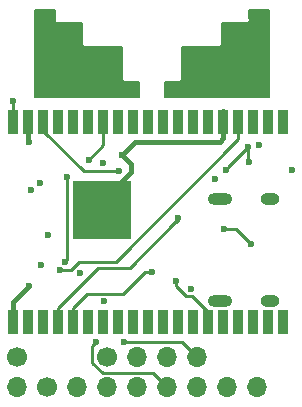
<source format=gbl>
G04 #@! TF.GenerationSoftware,KiCad,Pcbnew,5.0.2+dfsg1-1*
G04 #@! TF.CreationDate,2020-10-18T15:33:24+02:00*
G04 #@! TF.ProjectId,edgedriver,65646765-6472-4697-9665-722e6b696361,rev?*
G04 #@! TF.SameCoordinates,Original*
G04 #@! TF.FileFunction,Copper,L4,Bot*
G04 #@! TF.FilePolarity,Positive*
%FSLAX46Y46*%
G04 Gerber Fmt 4.6, Leading zero omitted, Abs format (unit mm)*
G04 Created by KiCad (PCBNEW 5.0.2+dfsg1-1) date Sun 18 Oct 2020 03:33:24 PM CEST*
%MOMM*%
%LPD*%
G01*
G04 APERTURE LIST*
G04 #@! TA.AperFunction,SMDPad,CuDef*
%ADD10R,0.900000X2.000000*%
G04 #@! TD*
G04 #@! TA.AperFunction,SMDPad,CuDef*
%ADD11R,5.000000X5.000000*%
G04 #@! TD*
G04 #@! TA.AperFunction,ComponentPad*
%ADD12O,1.600000X1.000000*%
G04 #@! TD*
G04 #@! TA.AperFunction,ComponentPad*
%ADD13O,2.100000X1.000000*%
G04 #@! TD*
G04 #@! TA.AperFunction,ComponentPad*
%ADD14C,1.700000*%
G04 #@! TD*
G04 #@! TA.AperFunction,ComponentPad*
%ADD15O,1.700000X1.700000*%
G04 #@! TD*
G04 #@! TA.AperFunction,ViaPad*
%ADD16C,0.600000*%
G04 #@! TD*
G04 #@! TA.AperFunction,Conductor*
%ADD17C,0.250000*%
G04 #@! TD*
G04 #@! TA.AperFunction,Conductor*
%ADD18C,0.400000*%
G04 #@! TD*
G04 #@! TA.AperFunction,Conductor*
%ADD19C,0.240000*%
G04 #@! TD*
G04 #@! TA.AperFunction,Conductor*
%ADD20C,0.200000*%
G04 #@! TD*
G04 APERTURE END LIST*
D10*
G04 #@! TO.P,U1,1*
G04 #@! TO.N,GND*
X-11760000Y22500000D03*
G04 #@! TO.P,U1,2*
G04 #@! TO.N,3V3*
X-10490000Y22500000D03*
G04 #@! TO.P,U1,3*
G04 #@! TO.N,ESPEN*
X-9220000Y22500000D03*
G04 #@! TO.P,U1,4*
G04 #@! TO.N,Net-(U1-Pad4)*
X-7950000Y22500000D03*
G04 #@! TO.P,U1,5*
G04 #@! TO.N,Net-(U1-Pad5)*
X-6680000Y22500000D03*
G04 #@! TO.P,U1,6*
G04 #@! TO.N,Net-(U1-Pad6)*
X-5410000Y22500000D03*
G04 #@! TO.P,U1,7*
G04 #@! TO.N,STMTX*
X-4140000Y22500000D03*
G04 #@! TO.P,U1,8*
G04 #@! TO.N,Net-(U1-Pad8)*
X-2870000Y22500000D03*
G04 #@! TO.P,U1,9*
G04 #@! TO.N,Net-(U1-Pad9)*
X-1600000Y22500000D03*
G04 #@! TO.P,U1,10*
G04 #@! TO.N,Net-(U1-Pad10)*
X-330000Y22500000D03*
G04 #@! TO.P,U1,11*
G04 #@! TO.N,Net-(U1-Pad11)*
X940000Y22500000D03*
G04 #@! TO.P,U1,12*
G04 #@! TO.N,Net-(U1-Pad12)*
X2210000Y22500000D03*
G04 #@! TO.P,U1,13*
G04 #@! TO.N,Net-(U1-Pad13)*
X3480000Y22500000D03*
G04 #@! TO.P,U1,14*
G04 #@! TO.N,Net-(U1-Pad14)*
X4750000Y22500000D03*
G04 #@! TO.P,U1,15*
G04 #@! TO.N,GND*
X6020000Y22500000D03*
G04 #@! TO.P,U1,16*
G04 #@! TO.N,STMRX*
X7290000Y22500000D03*
G04 #@! TO.P,U1,17*
G04 #@! TO.N,Net-(U1-Pad17)*
X8560000Y22500000D03*
G04 #@! TO.P,U1,18*
G04 #@! TO.N,Net-(U1-Pad18)*
X9830000Y22500000D03*
G04 #@! TO.P,U1,19*
G04 #@! TO.N,Net-(U1-Pad19)*
X11100000Y22500000D03*
G04 #@! TO.P,U1,20*
G04 #@! TO.N,Net-(U1-Pad20)*
X11100000Y5500000D03*
G04 #@! TO.P,U1,21*
G04 #@! TO.N,Net-(U1-Pad21)*
X9830000Y5500000D03*
G04 #@! TO.P,U1,22*
G04 #@! TO.N,Net-(U1-Pad22)*
X8560000Y5500000D03*
G04 #@! TO.P,U1,23*
G04 #@! TO.N,Net-(U1-Pad23)*
X7290000Y5500000D03*
G04 #@! TO.P,U1,24*
G04 #@! TO.N,Net-(U1-Pad24)*
X6020000Y5500000D03*
G04 #@! TO.P,U1,25*
G04 #@! TO.N,ESPRST*
X4750000Y5500000D03*
G04 #@! TO.P,U1,26*
G04 #@! TO.N,Net-(U1-Pad26)*
X3480000Y5500000D03*
G04 #@! TO.P,U1,27*
G04 #@! TO.N,Net-(U1-Pad27)*
X2210000Y5500000D03*
G04 #@! TO.P,U1,28*
G04 #@! TO.N,Net-(U1-Pad28)*
X940000Y5500000D03*
G04 #@! TO.P,U1,29*
G04 #@! TO.N,Net-(U1-Pad29)*
X-330000Y5500000D03*
G04 #@! TO.P,U1,30*
G04 #@! TO.N,Net-(U1-Pad30)*
X-1600000Y5500000D03*
G04 #@! TO.P,U1,31*
G04 #@! TO.N,Net-(U1-Pad31)*
X-2870000Y5500000D03*
G04 #@! TO.P,U1,32*
G04 #@! TO.N,Net-(U1-Pad32)*
X-4140000Y5500000D03*
G04 #@! TO.P,U1,33*
G04 #@! TO.N,Net-(U1-Pad33)*
X-5410000Y5500000D03*
G04 #@! TO.P,U1,34*
G04 #@! TO.N,ESPRX*
X-6680000Y5500000D03*
G04 #@! TO.P,U1,35*
G04 #@! TO.N,ESPTX*
X-7950000Y5500000D03*
G04 #@! TO.P,U1,36*
G04 #@! TO.N,Net-(U1-Pad36)*
X-9220000Y5500000D03*
G04 #@! TO.P,U1,37*
G04 #@! TO.N,Net-(U1-Pad37)*
X-10490000Y5500000D03*
G04 #@! TO.P,U1,38*
G04 #@! TO.N,GND*
X-11760000Y5500000D03*
D11*
G04 #@! TO.P,U1,39*
X-4260000Y15000000D03*
G04 #@! TD*
D12*
G04 #@! TO.P,J2,S1*
G04 #@! TO.N,GND*
X9950000Y15920000D03*
X9950000Y7280000D03*
D13*
X5770000Y7280000D03*
X5770000Y15920000D03*
G04 #@! TD*
D14*
G04 #@! TO.P,J4,1*
G04 #@! TO.N,SWDIO*
X-11430000Y2540000D03*
D15*
G04 #@! TO.P,J4,2*
G04 #@! TO.N,SWDCLK*
X-11430000Y0D03*
G04 #@! TD*
D14*
G04 #@! TO.P,J3,1*
G04 #@! TO.N,Net-(J3-Pad1)*
X-3810000Y2540000D03*
D15*
G04 #@! TO.P,J3,2*
G04 #@! TO.N,Net-(J3-Pad2)*
X-1270000Y2540000D03*
G04 #@! TO.P,J3,3*
G04 #@! TO.N,Net-(J3-Pad3)*
X1270000Y2540000D03*
G04 #@! TO.P,J3,4*
G04 #@! TO.N,Net-(J3-Pad4)*
X3810000Y2540000D03*
G04 #@! TD*
D14*
G04 #@! TO.P,J1,1*
G04 #@! TO.N,GND*
X-8890000Y0D03*
D15*
G04 #@! TO.P,J1,2*
X-6350000Y0D03*
G04 #@! TO.P,J1,3*
G04 #@! TO.N,Net-(J1-Pad3)*
X-3810000Y0D03*
G04 #@! TO.P,J1,4*
G04 #@! TO.N,Net-(J1-Pad4)*
X-1270000Y0D03*
G04 #@! TO.P,J1,5*
G04 #@! TO.N,Net-(J1-Pad5)*
X1270000Y0D03*
G04 #@! TO.P,J1,6*
G04 #@! TO.N,Net-(J1-Pad6)*
X3810000Y0D03*
G04 #@! TO.P,J1,7*
G04 #@! TO.N,+5V*
X6350000Y0D03*
G04 #@! TO.P,J1,8*
X8890000Y0D03*
G04 #@! TD*
D16*
G04 #@! TO.N,Net-(J1-Pad5)*
X-4800000Y3800000D03*
G04 #@! TO.N,GND*
X-6100000Y9700000D03*
X-4000000Y26000000D03*
X-5500000Y26000000D03*
X-7000000Y26000000D03*
X-7000000Y27500000D03*
X-5500000Y27500000D03*
X-4000000Y27500000D03*
X-7000000Y29000000D03*
X-8500000Y27500000D03*
X-8500000Y29000000D03*
X-10300000Y16700000D03*
X-10400000Y8600000D03*
X-2600000Y19700000D03*
X-4200000Y19000000D03*
X-8500000Y26000000D03*
X-11800000Y24200000D03*
X3250000Y8350000D03*
X9000000Y20500000D03*
X5300000Y17600000D03*
G04 #@! TO.N,Net-(C1-Pad1)*
X8128000Y20320000D03*
X6223000Y18415000D03*
X8209824Y19060661D03*
G04 #@! TO.N,+5V*
X8500000Y27500000D03*
X7000000Y27500000D03*
X8500000Y26000000D03*
X7000000Y29000000D03*
X7000000Y26000000D03*
X8500000Y29000000D03*
X-9475000Y17300000D03*
X4000000Y26000000D03*
X5500000Y27500000D03*
X5500000Y26000000D03*
X4000000Y27500000D03*
X11811000Y18415000D03*
G04 #@! TO.N,3V3*
X-10400000Y20800000D03*
G04 #@! TO.N,ESPEN*
X-2800000Y18300000D03*
G04 #@! TO.N,Net-(J3-Pad1)*
X-4050000Y7300000D03*
G04 #@! TO.N,Net-(J3-Pad4)*
X-2400000Y3800000D03*
G04 #@! TO.N,ESPRST*
X2000034Y9000000D03*
G04 #@! TO.N,ESPRX*
X0Y9800000D03*
G04 #@! TO.N,ESPTX*
X2204238Y14298810D03*
G04 #@! TO.N,STMTX*
X-7260000Y17800000D03*
X-5360000Y19280000D03*
X-7425273Y10594573D03*
G04 #@! TO.N,STMRX*
X-7805131Y9890494D03*
G04 #@! TO.N,SWDIO*
X-8800000Y12900000D03*
G04 #@! TO.N,SWDCLK*
X-9425000Y10374958D03*
G04 #@! TO.N,Net-(J2-PadB5)*
X6100000Y13400000D03*
X8400000Y12100000D03*
G04 #@! TD*
D17*
G04 #@! TO.N,Net-(J1-Pad5)*
X420001Y849999D02*
X1270000Y0D01*
X-4184003Y1175001D02*
X94999Y1175001D01*
X94999Y1175001D02*
X420001Y849999D01*
X-5099999Y2090997D02*
X-4184003Y1175001D01*
X-5099999Y3500001D02*
X-5099999Y2090997D01*
X-4800000Y3800000D02*
X-5099999Y3500001D01*
G04 #@! TO.N,GND*
X-11760000Y5500000D02*
X-11760000Y6240000D01*
D18*
X-11760000Y7240000D02*
X-10400000Y8600000D01*
X-11760000Y7240000D02*
X-11760000Y5500000D01*
D17*
X-4260000Y15740000D02*
X-4260000Y15000000D01*
D18*
X-1800000Y18200000D02*
X-4260000Y15740000D01*
X-1800000Y18900000D02*
X-1800000Y18200000D01*
X-2600000Y19700000D02*
X-1800000Y18900000D01*
X6020000Y22500000D02*
X6020000Y23365996D01*
D17*
X-11760000Y22500000D02*
X-11760000Y24160000D01*
X-11760000Y24160000D02*
X-11800000Y24200000D01*
D18*
X6020000Y22500000D02*
X6019999Y21099999D01*
X-1500000Y20800000D02*
X-2600000Y19700000D01*
X5720000Y20800000D02*
X-1500000Y20800000D01*
X6019999Y21099999D02*
X5720000Y20800000D01*
D19*
G04 #@! TO.N,Net-(C1-Pad1)*
X6522999Y18714999D02*
X8128000Y20320000D01*
X6223000Y18415000D02*
X6522999Y18714999D01*
X8128000Y20320000D02*
X8128000Y19142485D01*
X8128000Y19142485D02*
X8209824Y19060661D01*
D18*
G04 #@! TO.N,3V3*
X-10490000Y22500000D02*
X-10490000Y20890000D01*
X-10490000Y20890000D02*
X-10400000Y20800000D01*
D17*
G04 #@! TO.N,ESPEN*
X-9220000Y22500000D02*
X-9220000Y21720000D01*
X-5800000Y18300000D02*
X-2800000Y18300000D01*
X-9220000Y21720000D02*
X-5800000Y18300000D01*
G04 #@! TO.N,Net-(J3-Pad4)*
X2550000Y3800000D02*
X3810000Y2540000D01*
X-2400000Y3800000D02*
X2550000Y3800000D01*
G04 #@! TO.N,ESPRST*
X2000034Y8575736D02*
X2000034Y9000000D01*
X2850771Y7724999D02*
X2000034Y8575736D01*
X3375001Y7724999D02*
X2850771Y7724999D01*
X4750000Y5500000D02*
X4750000Y6350000D01*
X4750000Y6350000D02*
X3375001Y7724999D01*
G04 #@! TO.N,ESPRX*
X-6680000Y6420000D02*
X-6680000Y5500000D01*
X-6680000Y6420000D02*
X-6680000Y5500000D01*
X-6680000Y6750000D02*
X-6680000Y5500000D01*
X-5504999Y7925001D02*
X-6680000Y6750000D01*
X-2499997Y7925001D02*
X-5504999Y7925001D01*
X-624998Y9800000D02*
X-2499997Y7925001D01*
X0Y9800000D02*
X-624998Y9800000D01*
G04 #@! TO.N,ESPTX*
X-7950000Y5500000D02*
X-7950000Y6750000D01*
X-1900558Y10100000D02*
X1949446Y13950004D01*
X-7950000Y6750000D02*
X-4600000Y10100000D01*
X-4600000Y10100000D02*
X-1900558Y10100000D01*
D19*
X2204238Y14204796D02*
X2032000Y14032558D01*
X2204238Y14298810D02*
X2204238Y14204796D01*
D17*
X1949446Y13950004D02*
X2032000Y14032558D01*
X2032000Y14032558D02*
X2249445Y14250003D01*
G04 #@! TO.N,STMTX*
X-4140000Y22500000D02*
X-4140000Y20500000D01*
X-4140000Y20500000D02*
X-5360000Y19280000D01*
X-7260000Y10759846D02*
X-7425273Y10594573D01*
X-7260000Y17800000D02*
X-7260000Y10759846D01*
G04 #@! TO.N,STMRX*
X-6171495Y10600000D02*
X-6881001Y9890494D01*
X7290000Y20990000D02*
X-3100000Y10600000D01*
X-3100000Y10600000D02*
X-6171495Y10600000D01*
X-7380867Y9890494D02*
X-7805131Y9890494D01*
X7290000Y22500000D02*
X7290000Y20990000D01*
X-6881001Y9890494D02*
X-7380867Y9890494D01*
G04 #@! TO.N,Net-(J2-PadB5)*
X8100001Y12399999D02*
X8400000Y12100000D01*
X6100000Y13400000D02*
X7100000Y13400000D01*
X7100000Y13400000D02*
X8100001Y12399999D01*
G04 #@! TD*
D20*
G04 #@! TO.N,GND*
G36*
X-8225000Y31287760D02*
X-8274540Y31213617D01*
X-8297158Y31099910D01*
X-8274540Y30986203D01*
X-8210131Y30889807D01*
X-8113735Y30825398D01*
X-8028729Y30808489D01*
X-5941204Y30808489D01*
X-5941205Y29128735D01*
X-5946914Y29100034D01*
X-5924296Y28986327D01*
X-5859887Y28889931D01*
X-5763491Y28825522D01*
X-5649784Y28802904D01*
X-5621084Y28808613D01*
X-2541412Y28808613D01*
X-2541413Y26128399D01*
X-2547122Y26099698D01*
X-2524504Y25985991D01*
X-2460095Y25889595D01*
X-2363699Y25825186D01*
X-2249992Y25802568D01*
X-2221292Y25808277D01*
X-1100000Y25808277D01*
X-1100000Y24600000D01*
X-9900000Y24600000D01*
X-9900000Y31900000D01*
X-8225000Y31900000D01*
X-8225000Y31287760D01*
X-8225000Y31287760D01*
G37*
X-8225000Y31287760D02*
X-8274540Y31213617D01*
X-8297158Y31099910D01*
X-8274540Y30986203D01*
X-8210131Y30889807D01*
X-8113735Y30825398D01*
X-8028729Y30808489D01*
X-5941204Y30808489D01*
X-5941205Y29128735D01*
X-5946914Y29100034D01*
X-5924296Y28986327D01*
X-5859887Y28889931D01*
X-5763491Y28825522D01*
X-5649784Y28802904D01*
X-5621084Y28808613D01*
X-2541412Y28808613D01*
X-2541413Y26128399D01*
X-2547122Y26099698D01*
X-2524504Y25985991D01*
X-2460095Y25889595D01*
X-2363699Y25825186D01*
X-2249992Y25802568D01*
X-2221292Y25808277D01*
X-1100000Y25808277D01*
X-1100000Y24600000D01*
X-9900000Y24600000D01*
X-9900000Y31900000D01*
X-8225000Y31900000D01*
X-8225000Y31287760D01*
G04 #@! TO.N,+5V*
G36*
X9900000Y24600000D02*
X1100000Y24600000D01*
X1100000Y25808277D01*
X2221292Y25808277D01*
X2249992Y25802568D01*
X2363699Y25825186D01*
X2460095Y25889595D01*
X2524504Y25985991D01*
X2541413Y26070997D01*
X2541413Y26070998D01*
X2547122Y26099698D01*
X2541413Y26128399D01*
X2541413Y28808613D01*
X5620567Y28808613D01*
X5649267Y28802904D01*
X5762974Y28825522D01*
X5859370Y28889931D01*
X5923779Y28986327D01*
X5940688Y29071333D01*
X5940688Y29071334D01*
X5946397Y29100034D01*
X5940688Y29128735D01*
X5940688Y30808489D01*
X8028213Y30808489D01*
X8113219Y30825398D01*
X8209615Y30889807D01*
X8274024Y30986203D01*
X8296642Y31099910D01*
X8274024Y31213617D01*
X8225000Y31286987D01*
X8225000Y31900000D01*
X9900000Y31900000D01*
X9900000Y24600000D01*
X9900000Y24600000D01*
G37*
X9900000Y24600000D02*
X1100000Y24600000D01*
X1100000Y25808277D01*
X2221292Y25808277D01*
X2249992Y25802568D01*
X2363699Y25825186D01*
X2460095Y25889595D01*
X2524504Y25985991D01*
X2541413Y26070997D01*
X2541413Y26070998D01*
X2547122Y26099698D01*
X2541413Y26128399D01*
X2541413Y28808613D01*
X5620567Y28808613D01*
X5649267Y28802904D01*
X5762974Y28825522D01*
X5859370Y28889931D01*
X5923779Y28986327D01*
X5940688Y29071333D01*
X5940688Y29071334D01*
X5946397Y29100034D01*
X5940688Y29128735D01*
X5940688Y30808489D01*
X8028213Y30808489D01*
X8113219Y30825398D01*
X8209615Y30889807D01*
X8274024Y30986203D01*
X8296642Y31099910D01*
X8274024Y31213617D01*
X8225000Y31286987D01*
X8225000Y31900000D01*
X9900000Y31900000D01*
X9900000Y24600000D01*
G04 #@! TD*
M02*

</source>
